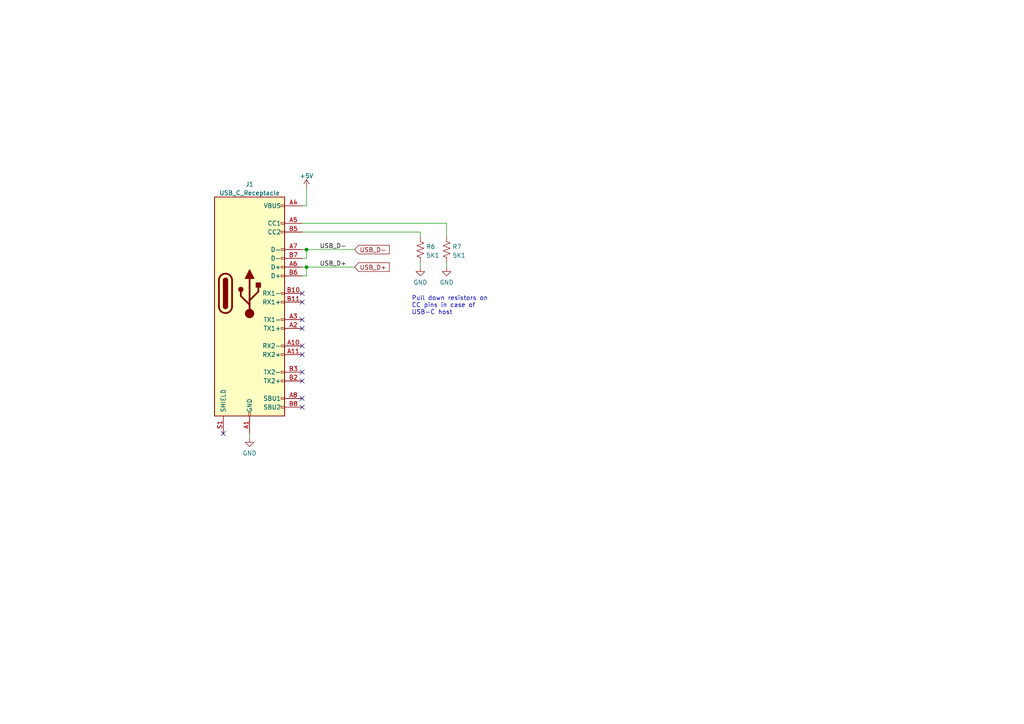
<source format=kicad_sch>
(kicad_sch (version 20211123) (generator eeschema)
  (paper "A4")
  (lib_symbols
    (symbol "Connector:USB_C_Receptacle" (pin_names (offset 1.016))
      (property "Reference" "J" (at -10.16 29.21 0))
      (property "Value" "USB_C_Receptacle" (at 10.16 29.21 0))
      (symbol "USB_C_Receptacle_0_0"
        (rectangle (start -0.254 -35.56) (end 0.254 -34.544))
        (rectangle (start 10.16 -32.766) (end 9.144 -33.274))
        (rectangle (start 10.16 -30.226) (end 9.144 -30.734))
        (rectangle (start 10.16 -25.146) (end 9.144 -25.654))
        (rectangle (start 10.16 -22.606) (end 9.144 -23.114))
        (rectangle (start 10.16 -17.526) (end 9.144 -18.034))
        (rectangle (start 10.16 -14.986) (end 9.144 -15.494))
        (rectangle (start 10.16 -9.906) (end 9.144 -10.414))
        (rectangle (start 10.16 -7.366) (end 9.144 -7.874))
        (rectangle (start 10.16 -2.286) (end 9.144 -2.794))
        (rectangle (start 10.16 0.254) (end 9.144 -0.254))
        (rectangle (start 10.16 5.334) (end 9.144 4.826))
        (rectangle (start 10.16 7.874) (end 9.144 7.366))
        (rectangle (start 10.16 10.414) (end 9.144 9.906))
        (rectangle (start 10.16 12.954) (end 9.144 12.446))
        (rectangle (start 10.16 18.034) (end 9.144 17.526))
        (rectangle (start 10.16 20.574) (end 9.144 20.066))
        (rectangle (start 10.16 25.654) (end 9.144 25.146))
      )
      (symbol "USB_C_Receptacle_0_1"
        (rectangle (start -10.16 27.94) (end 10.16 -35.56) (stroke (width 0.254)) (fill (type background)))
        (arc (start -8.89 -3.81) (mid -6.985 -5.715) (end -5.08 -3.81) (stroke (width 0.508)))
        (arc (start -7.62 -3.81) (mid -6.985 -4.445) (end -6.35 -3.81) (stroke (width 0.254)))
        (arc (start -7.62 -3.81) (mid -6.985 -4.445) (end -6.35 -3.81) (stroke (width 0.254)) (fill (type outline)))
        (rectangle (start -7.62 -3.81) (end -6.35 3.81) (stroke (width 0.254)) (fill (type outline)))
        (arc (start -6.35 3.81) (mid -6.985 4.445) (end -7.62 3.81) (stroke (width 0.254)))
        (arc (start -6.35 3.81) (mid -6.985 4.445) (end -7.62 3.81) (stroke (width 0.254)) (fill (type outline)))
        (arc (start -5.08 3.81) (mid -6.985 5.715) (end -8.89 3.81) (stroke (width 0.508)))
        (polyline (pts (xy -8.89 -3.81) (xy -8.89 3.81)) (stroke (width 0.508)))
        (polyline (pts (xy -5.08 3.81) (xy -5.08 -3.81)) (stroke (width 0.508)))
      )
      (symbol "USB_C_Receptacle_1_1"
        (circle (center -2.54 1.143) (radius 0.635) (stroke (width 0.254)) (fill (type outline)))
        (circle (center 0 -5.842) (radius 1.27) (fill (type outline)))
        (polyline (pts (xy 0 -5.842) (xy 0 4.318)) (stroke (width 0.508)))
        (polyline (pts (xy 0 -3.302) (xy -2.54 -0.762) (xy -2.54 0.508)) (stroke (width 0.508)))
        (polyline (pts (xy 0 -2.032) (xy 2.54 0.508) (xy 2.54 1.778)) (stroke (width 0.508)))
        (polyline (pts (xy -1.27 4.318) (xy 0 6.858) (xy 1.27 4.318) (xy -1.27 4.318)) (stroke (width 0.254)) (fill (type outline)))
        (rectangle (start 1.905 1.778) (end 3.175 3.048) (stroke (width 0.254)) (fill (type outline)))
        (pin passive line (at 0 -40.64 90) (length 5.08) (name "GND") (number "A1"))
        (pin bidirectional line (at 15.24 -15.24 180) (length 5.08) (name "RX2-") (number "A10"))
        (pin bidirectional line (at 15.24 -17.78 180) (length 5.08) (name "RX2+") (number "A11"))
        (pin passive line (at 0 -40.64 90) (length 5.08) hide (name "GND") (number "A12"))
        (pin bidirectional line (at 15.24 -10.16 180) (length 5.08) (name "TX1+") (number "A2"))
        (pin bidirectional line (at 15.24 -7.62 180) (length 5.08) (name "TX1-") (number "A3"))
        (pin passive line (at 15.24 25.4 180) (length 5.08) (name "VBUS") (number "A4"))
        (pin bidirectional line (at 15.24 20.32 180) (length 5.08) (name "CC1") (number "A5"))
        (pin bidirectional line (at 15.24 7.62 180) (length 5.08) (name "D+") (number "A6"))
        (pin bidirectional line (at 15.24 12.7 180) (length 5.08) (name "D-") (number "A7"))
        (pin bidirectional line (at 15.24 -30.48 180) (length 5.08) (name "SBU1") (number "A8"))
        (pin passive line (at 15.24 25.4 180) (length 5.08) hide (name "VBUS") (number "A9"))
        (pin passive line (at 0 -40.64 90) (length 5.08) hide (name "GND") (number "B1"))
        (pin bidirectional line (at 15.24 0 180) (length 5.08) (name "RX1-") (number "B10"))
        (pin bidirectional line (at 15.24 -2.54 180) (length 5.08) (name "RX1+") (number "B11"))
        (pin passive line (at 0 -40.64 90) (length 5.08) hide (name "GND") (number "B12"))
        (pin bidirectional line (at 15.24 -25.4 180) (length 5.08) (name "TX2+") (number "B2"))
        (pin bidirectional line (at 15.24 -22.86 180) (length 5.08) (name "TX2-") (number "B3"))
        (pin passive line (at 15.24 25.4 180) (length 5.08) hide (name "VBUS") (number "B4"))
        (pin bidirectional line (at 15.24 17.78 180) (length 5.08) (name "CC2") (number "B5"))
        (pin bidirectional line (at 15.24 5.08 180) (length 5.08) (name "D+") (number "B6"))
        (pin bidirectional line (at 15.24 10.16 180) (length 5.08) (name "D-") (number "B7"))
        (pin bidirectional line (at 15.24 -33.02 180) (length 5.08) (name "SBU2") (number "B8"))
        (pin passive line (at 15.24 25.4 180) (length 5.08) hide (name "VBUS") (number "B9"))
        (pin passive line (at -7.62 -40.64 90) (length 5.08) (name "SHIELD") (number "S1"))
      )
    )
    (symbol "Device:R_US" (pin_numbers hide) (pin_names (offset 0))
      (property "Reference" "R" (at 2.54 0 90))
      (property "Value" "R_US" (at -2.54 0 90))
      (symbol "R_US_0_1"
        (polyline (pts (xy 0 -2.286) (xy 0 -2.54)))
        (polyline (pts (xy 0 2.286) (xy 0 2.54)))
        (polyline (pts (xy 0 -0.762) (xy 1.016 -1.143) (xy 0 -1.524) (xy -1.016 -1.905) (xy 0 -2.286)))
        (polyline (pts (xy 0 0.762) (xy 1.016 0.381) (xy 0 0) (xy -1.016 -0.381) (xy 0 -0.762)))
        (polyline (pts (xy 0 2.286) (xy 1.016 1.905) (xy 0 1.524) (xy -1.016 1.143) (xy 0 0.762)))
      )
      (symbol "R_US_1_1"
        (pin passive line (at 0 3.81 270) (length 1.27) (name "~") (number "1"))
        (pin passive line (at 0 -3.81 90) (length 1.27) (name "~") (number "2"))
      )
    )
    (symbol "power:+5V" (power) (pin_names (offset 0))
      (property "Value" "+5V" (at 0 3.556 0))
      (symbol "+5V_0_1"
        (polyline (pts (xy -0.762 1.27) (xy 0 2.54)))
        (polyline (pts (xy 0 0) (xy 0 2.54)))
        (polyline (pts (xy 0 2.54) (xy 0.762 1.27)))
      )
      (symbol "+5V_1_1"
        (pin power_in line (at 0 0 90) (length 0) hide (name "+5V") (number "1"))
      )
    )
    (symbol "power:GND" (power) (pin_names (offset 0))
      (property "Value" "GND" (at 0 -3.81 0))
      (symbol "GND_0_1"
        (polyline (pts (xy 0 0) (xy 0 -1.27) (xy 1.27 -1.27) (xy 0 -2.54) (xy -1.27 -1.27) (xy 0 -1.27)))
      )
      (symbol "GND_1_1"
        (pin power_in line (at 0 0 270) (length 0) hide (name "GND") (number "1"))
      )
    )
  )
  (junction (at 88.9 77.47))
  (junction (at 88.9 72.39))
  (no_connect (at 64.77 125.73))
  (no_connect (at 87.63 110.49))
  (no_connect (at 87.63 115.57))
  (no_connect (at 87.63 118.11))
  (no_connect (at 87.63 87.63))
  (no_connect (at 87.63 107.95))
  (no_connect (at 87.63 100.33))
  (no_connect (at 87.63 92.71))
  (no_connect (at 87.63 95.25))
  (no_connect (at 87.63 102.87))
  (no_connect (at 87.63 85.09))
  (wire (pts (xy 129.54 64.77) (xy 129.54 68.58)))
  (wire (pts (xy 87.63 64.77) (xy 129.54 64.77)))
  (wire (pts (xy 88.9 77.47) (xy 102.87 77.47)))
  (wire (pts (xy 87.63 72.39) (xy 88.9 72.39)))
  (wire (pts (xy 88.9 72.39) (xy 102.87 72.39)))
  (wire (pts (xy 87.63 74.93) (xy 88.9 74.93)))
  (wire (pts (xy 87.63 80.01) (xy 88.9 80.01)))
  (wire (pts (xy 121.92 67.31) (xy 121.92 68.58)))
  (wire (pts (xy 121.92 76.2) (xy 121.92 77.47)))
  (wire (pts (xy 88.9 80.01) (xy 88.9 77.47)))
  (wire (pts (xy 87.63 67.31) (xy 121.92 67.31)))
  (wire (pts (xy 129.54 76.2) (xy 129.54 77.47)))
  (wire (pts (xy 87.63 77.47) (xy 88.9 77.47)))
  (wire (pts (xy 88.9 54.61) (xy 88.9 59.69)))
  (wire (pts (xy 72.39 125.73) (xy 72.39 127)))
  (wire (pts (xy 88.9 74.93) (xy 88.9 72.39)))
  (wire (pts (xy 88.9 59.69) (xy 87.63 59.69)))
  (text "Pull down resistors on\nCC pins in case of\nUSB-C host" (at 119.38 91.44 0) (effects (font (size 1.27 1.27)) (justify left bottom)))
  (label "USB_D+" (at 92.71 77.47 0))
  (label "USB_D-" (at 92.71 72.39 0))
  (global_label "USB_D-" (shape input) (at 102.87 72.39 0) (property "Intersheet References" "${INTERSHEET_REFS}" (effects hide)))
  (global_label "USB_D+" (shape input) (at 102.87 77.47 0) (property "Intersheet References" "${INTERSHEET_REFS}" (effects hide)))
  (symbol (lib_id "power:GND") (at 121.92 77.47 0) (unit 1)
    (property "Reference" "#PWR022" (effects hide))
    (property "Value" "GND" (at 121.92 81.9134 0))
  )
  (symbol (lib_id "power:GND") (at 129.54 77.47 0) (unit 1)
    (property "Reference" "#PWR023" (effects hide))
    (property "Value" "GND" (at 129.54 81.9134 0))
  )
  (symbol (lib_id "Device:R_US") (at 121.92 72.39 0) (unit 1)
    (property "Reference" "R6" (at 123.571 71.5553 0) (effects (justify left)))
    (property "Value" "5K1" (at 123.571 74.0922 0) (effects (justify left)))
    (property "Footprint" "Resistor_SMD:R_0603_1608Metric" (effects hide))
  )
  (symbol (lib_id "power:GND") (at 72.39 127 0) (unit 1)
    (property "Reference" "#PWR024" (effects hide))
    (property "Value" "GND" (at 72.39 131.4434 0))
  )
  (symbol (lib_id "Device:R_US") (at 129.54 72.39 0) (unit 1)
    (property "Reference" "R7" (at 131.191 71.5553 0) (effects (justify left)))
    (property "Value" "5K1" (at 131.191 74.0922 0) (effects (justify left)))
    (property "Footprint" "Resistor_SMD:R_0603_1608Metric" (effects hide))
  )
  (symbol (lib_id "power:+5V") (at 88.9 54.61 0) (unit 1)
    (property "Reference" "#PWR021" (effects hide))
    (property "Value" "+5V" (at 88.9 51.0342 0))
  )
  (symbol (lib_id "Connector:USB_C_Receptacle") (at 72.39 85.09 0) (unit 1)
    (property "Reference" "J1" (at 72.39 53.4502 0))
    (property "Value" "USB_C_Receptacle" (at 72.39 55.9871 0))
    (property "Footprint" "Connector_USB:USB_C_Receptacle_GCT_USB4085" (effects hide))
    (property "Datasheet" "https://www.usb.org/sites/default/files/documents/usb_type-c.zip" (effects hide))
  )
)
</source>
